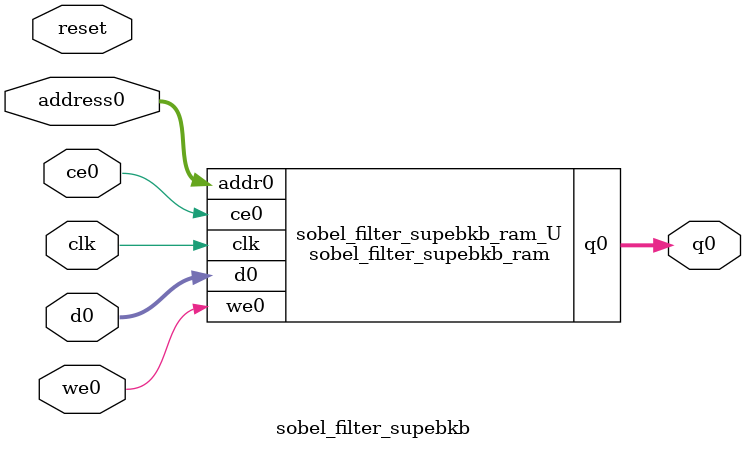
<source format=v>

`timescale 1 ns / 1 ps
module sobel_filter_supebkb_ram (addr0, ce0, d0, we0, q0,  clk);

parameter DWIDTH = 8;
parameter AWIDTH = 13;
parameter MEM_SIZE = 7680;

input[AWIDTH-1:0] addr0;
input ce0;
input[DWIDTH-1:0] d0;
input we0;
output reg[DWIDTH-1:0] q0;
input clk;

(* ram_style = "block" *)reg [DWIDTH-1:0] ram[0:MEM_SIZE-1];




always @(posedge clk)  
begin 
    if (ce0) 
    begin
        if (we0) 
        begin 
            ram[addr0] <= d0; 
            q0 <= d0;
        end 
        else 
            q0 <= ram[addr0];
    end
end


endmodule


`timescale 1 ns / 1 ps
module sobel_filter_supebkb(
    reset,
    clk,
    address0,
    ce0,
    we0,
    d0,
    q0);

parameter DataWidth = 32'd8;
parameter AddressRange = 32'd7680;
parameter AddressWidth = 32'd13;
input reset;
input clk;
input[AddressWidth - 1:0] address0;
input ce0;
input we0;
input[DataWidth - 1:0] d0;
output[DataWidth - 1:0] q0;



sobel_filter_supebkb_ram sobel_filter_supebkb_ram_U(
    .clk( clk ),
    .addr0( address0 ),
    .ce0( ce0 ),
    .d0( d0 ),
    .we0( we0 ),
    .q0( q0 ));

endmodule


</source>
